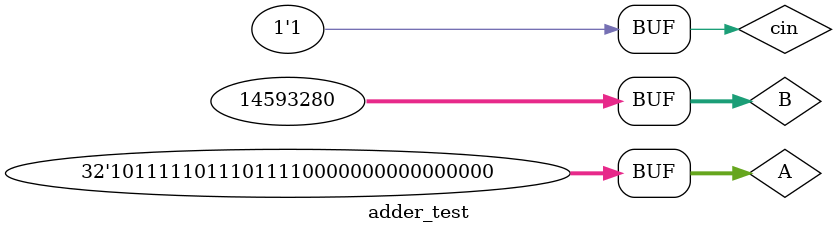
<source format=v>

module adder_test();
    reg [31:0] A;
    reg [31:0] B;
    reg cin;
    wire [31:0] Sum;
    wire cout;

    adder_n #(.BITS(32)) ADDER_32 (
        .A(A),
        .B(B),
        .cin(cin),
        .Sum(Sum),
        .cout(cout));

    initial begin
        $monitor("A=%x, B=%x, cin=%b, Sum=%x, cout=%b", A, B, cin, Sum, cout);
        #0 A=32'h00000000; B=32'h00000000; cin=1'b0;
        #1 A=32'h00000001; B=32'h00000001; cin=1'b0;
        #1 A=32'h00000010; B=32'h00000010; cin=1'b1;
        #1 A=32'hffffffff; B=32'h00000000; cin=1'b1;
        #1 A=32'h0fffffff; B=32'hf0000000; cin=1'b0;
        #1 A=32'h000ff000; B=32'hf0000000; cin=1'b1;
        #1 A=32'hbeef0000; B=32'h00dead00; cin=1'b1;
    end
endmodule

</source>
